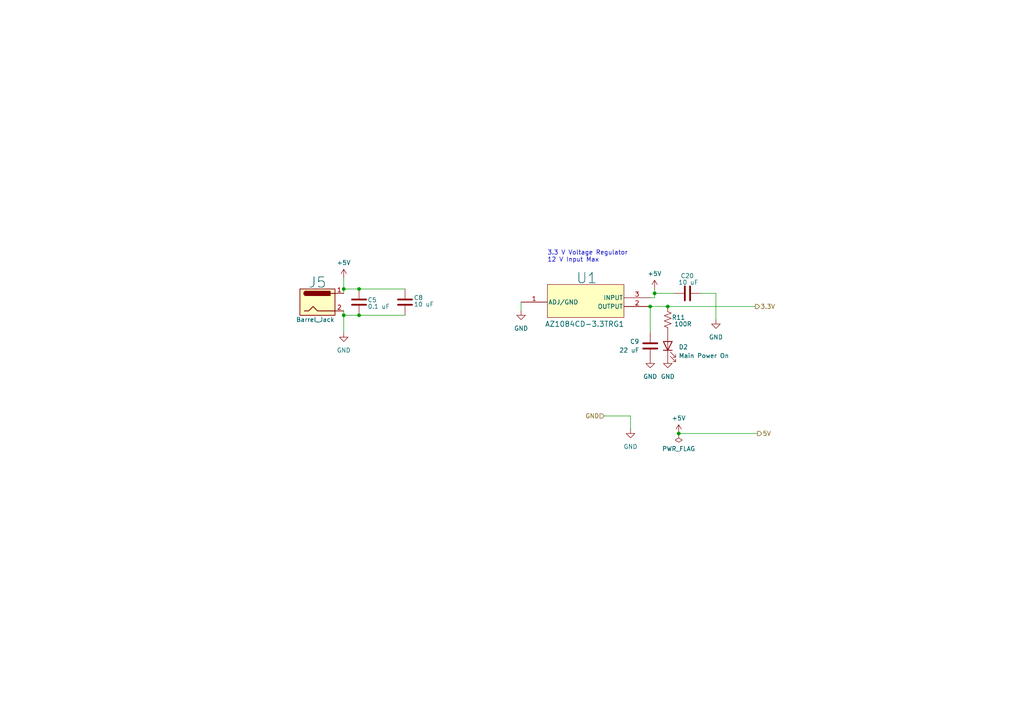
<source format=kicad_sch>
(kicad_sch (version 20230121) (generator eeschema)
  (paper "A4")
  (title_block (title "Smart Pot") (date "2023-10-29") (rev "0.1") (company "blame- satomm@stanford.edu") (comment 1 "Stanford, CA 94305-9505") (comment 2 "350 Jane Stanford Way") (comment 3 "Electrical Engineering Department") (comment 4 "EE 256 / Stanford University"))
  (lib_symbols
    (symbol "AZ1084CD-3.3TRG1_1" (pin_names (offset 0.254))
      (property "Reference" "U4" (at 27.6225 10.16 0))
      (property "Value" "AZ1084CD-3.3TRG1" (at 27.6225 7.62 0))
      (symbol "AZ1084CD-3.3TRG1_1_0_1"
        (pin input line (at 46.355 1.905 180) (length 7.62) (name "INPUT") (number "3"))
      )
      (symbol "AZ1084CD-3.3TRG1_1_1_1"
        (rectangle (start 16.51 5.715) (end 38.735 -3.81) (fill (type background)))
        (pin power_out line (at 8.89 0.635 0) (length 7.62) (name "ADJ/GND") (number "1"))
        (pin power_out line (at 46.355 -0.635 180) (length 7.62) (name "OUTPUT") (number "2"))
      )
    )
    (symbol "Connector:Barrel_Jack" (pin_names (offset 1.016))
      (property "Reference" "J" (at 0 5.334 0))
      (property "Value" "Barrel_Jack" (at 0 -5.08 0))
      (symbol "Barrel_Jack_0_1"
        (rectangle (start -5.08 3.81) (end 5.08 -3.81) (stroke (width 0.254)) (fill (type background)))
        (arc (start -3.302 3.175) (mid -3.9343 2.54) (end -3.302 1.905) (stroke (width 0.254)))
        (arc (start -3.302 3.175) (mid -3.9343 2.54) (end -3.302 1.905) (stroke (width 0.254)) (fill (type outline)))
        (polyline (pts (xy 5.08 2.54) (xy 3.81 2.54)) (stroke (width 0.254)))
        (polyline (pts (xy -3.81 -2.54) (xy -2.54 -2.54) (xy -1.27 -1.27) (xy 0 -2.54) (xy 2.54 -2.54) (xy 5.08 -2.54)) (stroke (width 0.254)))
        (rectangle (start 3.683 3.175) (end -3.302 1.905) (stroke (width 0.254)) (fill (type outline)))
      )
      (symbol "Barrel_Jack_1_1"
        (pin passive line (at 7.62 2.54 180) (length 2.54) (name "~") (number "1"))
        (pin passive line (at 7.62 -2.54 180) (length 2.54) (name "~") (number "2"))
      )
    )
    (symbol "Device:C" (pin_numbers hide) (pin_names (offset 0.254))
      (property "Reference" "C" (at 0.635 2.54 0))
      (property "Value" "C" (at 0.635 -2.54 0))
      (symbol "C_0_1"
        (polyline (pts (xy -2.032 -0.762) (xy 2.032 -0.762)) (stroke (width 0.508)))
        (polyline (pts (xy -2.032 0.762) (xy 2.032 0.762)) (stroke (width 0.508)))
      )
      (symbol "C_1_1"
        (pin passive line (at 0 3.81 270) (length 2.794) (name "~") (number "1"))
        (pin passive line (at 0 -3.81 90) (length 2.794) (name "~") (number "2"))
      )
    )
    (symbol "Device:LED" (pin_numbers hide) (pin_names (offset 1.016) hide)
      (property "Reference" "D" (at 0 2.54 0))
      (property "Value" "LED" (at 0 -2.54 0))
      (symbol "LED_0_1"
        (polyline (pts (xy -1.27 -1.27) (xy -1.27 1.27)) (stroke (width 0.254)))
        (polyline (pts (xy -1.27 0) (xy 1.27 0)))
        (polyline (pts (xy 1.27 -1.27) (xy 1.27 1.27) (xy -1.27 0) (xy 1.27 -1.27)) (stroke (width 0.254)))
        (polyline (pts (xy -3.048 -0.762) (xy -4.572 -2.286) (xy -3.81 -2.286) (xy -4.572 -2.286) (xy -4.572 -1.524)))
        (polyline (pts (xy -1.778 -0.762) (xy -3.302 -2.286) (xy -2.54 -2.286) (xy -3.302 -2.286) (xy -3.302 -1.524)))
      )
      (symbol "LED_1_1"
        (pin passive line (at -3.81 0 0) (length 2.54) (name "K") (number "1"))
        (pin passive line (at 3.81 0 180) (length 2.54) (name "A") (number "2"))
      )
    )
    (symbol "Device:R_US" (pin_numbers hide) (pin_names (offset 0))
      (property "Reference" "R" (at 2.54 0 90))
      (property "Value" "R_US" (at -2.54 0 90))
      (symbol "R_US_0_1"
        (polyline (pts (xy 0 -2.286) (xy 0 -2.54)))
        (polyline (pts (xy 0 2.286) (xy 0 2.54)))
        (polyline (pts (xy 0 -0.762) (xy 1.016 -1.143) (xy 0 -1.524) (xy -1.016 -1.905) (xy 0 -2.286)))
        (polyline (pts (xy 0 0.762) (xy 1.016 0.381) (xy 0 0) (xy -1.016 -0.381) (xy 0 -0.762)))
        (polyline (pts (xy 0 2.286) (xy 1.016 1.905) (xy 0 1.524) (xy -1.016 1.143) (xy 0 0.762)))
      )
      (symbol "R_US_1_1"
        (pin passive line (at 0 3.81 270) (length 1.27) (name "~") (number "1"))
        (pin passive line (at 0 -3.81 90) (length 1.27) (name "~") (number "2"))
      )
    )
    (symbol "power:+5V" (power) (pin_names (offset 0))
      (property "Value" "+5V" (at 0 3.556 0))
      (symbol "+5V_0_1"
        (polyline (pts (xy -0.762 1.27) (xy 0 2.54)))
        (polyline (pts (xy 0 0) (xy 0 2.54)))
        (polyline (pts (xy 0 2.54) (xy 0.762 1.27)))
      )
      (symbol "+5V_1_1"
        (pin power_in line (at 0 0 90) (length 0) hide (name "+5V") (number "1"))
      )
    )
    (symbol "power:GND" (power) (pin_names (offset 0))
      (property "Value" "GND" (at 0 -3.81 0))
      (symbol "GND_0_1"
        (polyline (pts (xy 0 0) (xy 0 -1.27) (xy 1.27 -1.27) (xy 0 -2.54) (xy -1.27 -1.27) (xy 0 -1.27)))
      )
      (symbol "GND_1_1"
        (pin power_in line (at 0 0 270) (length 0) hide (name "GND") (number "1"))
      )
    )
    (symbol "power:PWR_FLAG" (power) (pin_numbers hide) (pin_names (offset 0) hide)
      (property "Value" "PWR_FLAG" (at 0 3.81 0))
      (symbol "PWR_FLAG_0_0"
        (pin power_out line (at 0 0 90) (length 0) (name "pwr") (number "1"))
      )
      (symbol "PWR_FLAG_0_1"
        (polyline (pts (xy 0 0) (xy 0 1.27) (xy -1.016 1.905) (xy 0 2.54) (xy 1.016 1.905) (xy 0 1.27)))
      )
    )
  )
  (junction (at 104.14 83.82))
  (junction (at 196.85 125.73))
  (junction (at 99.695 83.82))
  (junction (at 189.865 85.09))
  (junction (at 193.675 88.9))
  (junction (at 104.14 91.44))
  (junction (at 188.595 88.9))
  (junction (at 99.695 91.44))
  (wire (pts (xy 203.2 85.09) (xy 207.645 85.09)))
  (wire (pts (xy 104.14 91.44) (xy 117.475 91.44)))
  (wire (pts (xy 189.865 85.09) (xy 195.58 85.09)))
  (wire (pts (xy 175.26 120.65) (xy 182.88 120.65)))
  (wire (pts (xy 99.695 83.82) (xy 99.695 85.09)))
  (wire (pts (xy 189.865 86.36) (xy 188.595 86.36)))
  (wire (pts (xy 182.88 120.65) (xy 182.88 124.46)))
  (wire (pts (xy 99.695 83.82) (xy 104.14 83.82)))
  (wire (pts (xy 99.695 91.44) (xy 99.695 96.52)))
  (wire (pts (xy 99.695 90.17) (xy 99.695 91.44)))
  (wire (pts (xy 104.14 83.82) (xy 117.475 83.82)))
  (wire (pts (xy 196.85 125.73) (xy 219.71 125.73)))
  (wire (pts (xy 189.865 85.09) (xy 189.865 86.36)))
  (wire (pts (xy 99.695 91.44) (xy 104.14 91.44)))
  (wire (pts (xy 99.695 80.645) (xy 99.695 83.82)))
  (wire (pts (xy 188.595 88.9) (xy 193.675 88.9)))
  (wire (pts (xy 207.645 85.09) (xy 207.645 92.71)))
  (wire (pts (xy 151.13 90.17) (xy 151.13 87.63)))
  (wire (pts (xy 193.675 88.9) (xy 219.075 88.9)))
  (wire (pts (xy 189.865 83.82) (xy 189.865 85.09)))
  (wire (pts (xy 188.595 88.9) (xy 188.595 96.52)))
  (text "3.3 V Voltage Regulator\n12 V Input Max" (at 158.75 76.2 0) (effects (font (size 1.27 1.27)) (justify left bottom)))
  (hierarchical_label "5V" (shape output) (at 219.71 125.73 0))
  (hierarchical_label "3.3V" (shape output) (at 219.075 88.9 0))
  (hierarchical_label "GND" (shape input) (at 175.26 120.65 180))
  (symbol (lib_id "Device:C") (at 117.475 87.63 0) (unit 1)
    (property "Reference" "C8" (at 120.015 86.36 0) (effects (justify left)))
    (property "Value" "10 uF" (at 120.015 88.265 0) (effects (justify left)))
    (property "Footprint" "Capacitor_SMD:C_0805_2012Metric_Pad1.18x1.45mm_HandSolder" (effects hide))
    (property "Datasheet" "https://mm.digikey.com/Volume0/opasdata/d220001/medias/docus/609/CL21A106KOQNNNE_Spec.pdf" (effects hide))
    (property "Description" "CAP CER 10UF 16V X5R 0805" (effects hide))
    (property "Mfr" "Samsung Electro-Mechanics" (effects hide))
    (property "Mfr P/N" "CL21A106KOQNNNE" (effects hide))
    (property "Supplier 1" "DigiKey" (effects hide))
    (property "Supplier 1 P/N" "1276-1096-1-ND" (effects hide))
  )
  (symbol (lib_id "Device:C") (at 188.595 100.33 180) (unit 1)
    (property "Reference" "C9" (at 185.42 99.06 0) (effects (justify left)))
    (property "Value" "22 uF" (at 185.42 101.6 0) (effects (justify left)))
    (property "Footprint" "Capacitor_SMD:C_0805_2012Metric_Pad1.18x1.45mm_HandSolder" (effects hide))
    (property "Datasheet" "https://www.samsungsem.com/error500.html" (effects hide))
    (property "Description" "CAP CER 22UF 6.3V X5R 0805" (effects hide))
    (property "Mfr" "Samsung Electro-Mechanics" (effects hide))
    (property "Mfr P/N" "CL21A226MQQNNNE" (effects hide))
    (property "Supplier 1" "DigiKey" (effects hide))
    (property "Supplier 1 P/N" "1276-1100-1-ND" (effects hide))
  )
  (symbol (lib_id "Device:LED") (at 193.675 100.33 90) (unit 1)
    (property "Reference" "D2" (at 196.85 100.6475 90) (effects (justify right)))
    (property "Value" "Main Power On" (at 196.85 103.1875 90) (effects (justify right)))
    (property "Footprint" "LED_SMD:LED_0805_2012Metric_Pad1.15x1.40mm_HandSolder" (effects hide))
    (property "Datasheet" "https://www.we-online.com/katalog/datasheet/150080RS75000.pdf" (effects hide))
    (property "Description" "LED RED CLEAR 0805 SMD" (effects hide))
    (property "Mfr" "Würth Elektronik" (effects hide))
    (property "Mfr P/N" "150080RS75000" (effects hide))
    (property "Supplier 1" "DigiKey" (effects hide))
    (property "Supplier 1 P/N" "732-4984-1-ND" (effects hide))
    (instances (project "Deliverable4_schematics" (path "" (reference "D2") (unit 1)) (path "" (reference "D1") (unit 1)) (path "" (reference "D1") (unit 1))))
  )
  (symbol (lib_id "power:GND") (at 151.13 90.17 0) (unit 1)
    (property "Reference" "#PWR032" (effects hide))
    (property "Value" "GND" (at 151.13 95.25 0))
  )
  (symbol (lib_id "power:GND") (at 193.675 104.14 0) (unit 1)
    (property "Reference" "#PWR034" (effects hide))
    (property "Value" "GND" (at 193.675 109.22 0))
  )
  (symbol (lib_id "power:GND") (at 182.88 124.46 0) (unit 1)
    (property "Reference" "#PWR030" (effects hide))
    (property "Value" "GND" (at 182.88 129.54 0))
  )
  (symbol (lib_id "Device:R_US") (at 193.675 92.71 180) (unit 1)
    (property "Reference" "R11" (at 198.755 92.075 0) (effects (justify left)))
    (property "Value" "100R" (at 200.66 93.98 0) (effects (justify left)))
    (property "Footprint" "Resistor_SMD:R_0805_2012Metric_Pad1.20x1.40mm_HandSolder" (effects hide))
    (property "Datasheet" "https://mm.digikey.com/Volume0/opasdata/d220001/medias/docus/39/RC_Series_ds.pdf" (effects hide))
    (property "Description" "RES SMD 100 OHM 5% 1/8W 0805" (effects hide))
    (property "Mfr" "Samsung Electro-Mechanics" (effects hide))
    (property "Mfr P/N" "RC2012J101CS" (effects hide))
    (property "Supplier 1" "DigiKey" (effects hide))
    (property "Supplier 1 P/N" "1276-5508-1-ND" (effects hide))
    (instances (project "Deliverable4_schematics" (path "" (reference "R11") (unit 1)) (path "" (reference "R13") (unit 1)) (path "" (reference "R3") (unit 1))))
  )
  (symbol (lib_id "power:GND") (at 188.595 104.14 0) (unit 1)
    (property "Reference" "#PWR077" (effects hide))
    (property "Value" "GND" (at 188.595 109.22 0))
  )
  (symbol (lib_id "power:PWR_FLAG") (at 196.85 125.73 180) (unit 1)
    (property "Reference" "#FLG01" (effects hide))
    (property "Value" "PWR_FLAG" (at 196.85 130.175 0))
  )
  (symbol (lib_id "power:+5V") (at 196.85 125.73 0) (unit 1)
    (property "Reference" "#PWR031" (effects hide))
    (property "Value" "+5V" (at 196.85 121.285 0))
  )
  (symbol (lib_id "power:GND") (at 207.645 92.71 0) (unit 1)
    (property "Reference" "#PWR078" (effects hide))
    (property "Value" "GND" (at 207.645 97.79 0))
  )
  (symbol (lib_id "Device:C") (at 104.14 87.63 180) (unit 1)
    (property "Reference" "C5" (at 107.95 86.995 0))
    (property "Value" "0.1 uF" (at 109.855 88.9 0))
    (property "Footprint" "Capacitor_SMD:C_0805_2012Metric_Pad1.18x1.45mm_HandSolder" (effects hide))
    (property "Datasheet" "https://mm.digikey.com/Volume0/opasdata/d220001/medias/docus/609/CL21B104KBCNNN_Spec.pdf" (effects hide))
    (property "Description" "CAP CER 0.1UF 50V X7R 0805" (effects hide))
    (property "Mfr" "Samsung Electro-Mechanics" (effects hide))
    (property "Mfr P/N" "CL21B104KBCNNNC" (effects hide))
    (property "Supplier 1" "DigiKey" (effects hide))
    (property "Supplier 1 P/N" "1276-1003-1-ND" (effects hide))
    (instances (project "Deliverable4_schematics" (path "" (reference "C5") (unit 1)) (path "" (reference "C7") (unit 1))))
  )
  (symbol (lib_id "power:+5V") (at 189.865 83.82 0) (unit 1)
    (property "Reference" "#PWR033" (effects hide))
    (property "Value" "+5V" (at 189.865 79.375 0))
  )
  (symbol (lib_id "Device:C") (at 199.39 85.09 90) (unit 1)
    (property "Reference" "C20" (at 201.295 80.01 90) (effects (justify left)))
    (property "Value" "10 uF" (at 202.565 81.915 90) (effects (justify left)))
    (property "Footprint" "Capacitor_SMD:C_0805_2012Metric_Pad1.18x1.45mm_HandSolder" (effects hide))
    (property "Datasheet" "https://mm.digikey.com/Volume0/opasdata/d220001/medias/docus/609/CL21A106KOQNNNE_Spec.pdf" (effects hide))
    (property "Description" "CAP CER 10UF 16V X5R 0805" (effects hide))
    (property "Mfr" "Samsung Electro-Mechanics" (effects hide))
    (property "Mfr P/N" "CL21A106KOQNNNE" (effects hide))
    (property "Supplier 1" "DigiKey" (effects hide))
    (property "Supplier 1 P/N" "1276-1096-1-ND" (effects hide))
  )
  (symbol (lib_id "Connector:Barrel_Jack") (at 92.075 87.63 0) (unit 1)
    (property "Reference" "J5" (at 92.075 81.915 0) (effects (font (size 3 3))))
    (property "Value" "Barrel_Jack" (at 91.44 92.71 0))
    (property "Footprint" "MattsLibrary:CUI_PJ-002A" (effects hide))
    (property "Datasheet" "https://www.cuidevices.com/product/resource/pj-002a.pdf" (effects hide))
    (property "Description" "CONN PWR JACK 2X5.5MM SOLDER" (effects hide))
    (property "Mfr" "CUI Devices" (effects hide))
    (property "Mfr P/N" "PJ-002A" (effects hide))
    (property "Supplier 1" "DigiKey" (effects hide))
    (property "Supplier 1 P/N" "CP-002A-ND" (effects hide))
  )
  (symbol (lib_name "AZ1084CD-3.3TRG1_1") (lib_id "Matts_Library:AZ1084CD-3.3TRG1") (at 142.24 88.265 0) (unit 1)
    (property "Reference" "U1" (at 170.18 80.645 0) (effects (font (size 3 3))))
    (property "Value" "AZ1084CD-3.3TRG1" (at 169.545 93.98 0) (effects (font (size 1.524 1.524))))
    (property "Footprint" "MattsLibrary:TO-252-3_6P6X6P1_DIO-M" (effects hide))
    (property "Datasheet" "https://www.diodes.com/assets/Datasheets/AZ1084C.pdf" (effects hide))
    (property "Description" "IC REG LINEAR 3.3V 5A TO252-2" (effects hide))
    (property "Mfr" "Diodes Incorporated" (effects hide))
    (property "Mfr P/N" "AZ1084CD-3.3TRG1" (effects hide))
    (property "Supplier 1" "Digikey" (effects hide))
    (property "Supplier 1 P/N" "AZ1084CD-3.3TRG1DICT-ND" (effects hide))
  )
  (symbol (lib_id "power:+5V") (at 99.695 80.645 0) (unit 1)
    (property "Reference" "#PWR028" (effects hide))
    (property "Value" "+5V" (at 99.695 76.2 0))
  )
  (symbol (lib_id "power:GND") (at 99.695 96.52 0) (unit 1)
    (property "Reference" "#PWR029" (effects hide))
    (property "Value" "GND" (at 99.695 101.6 0))
  )
)
</source>
